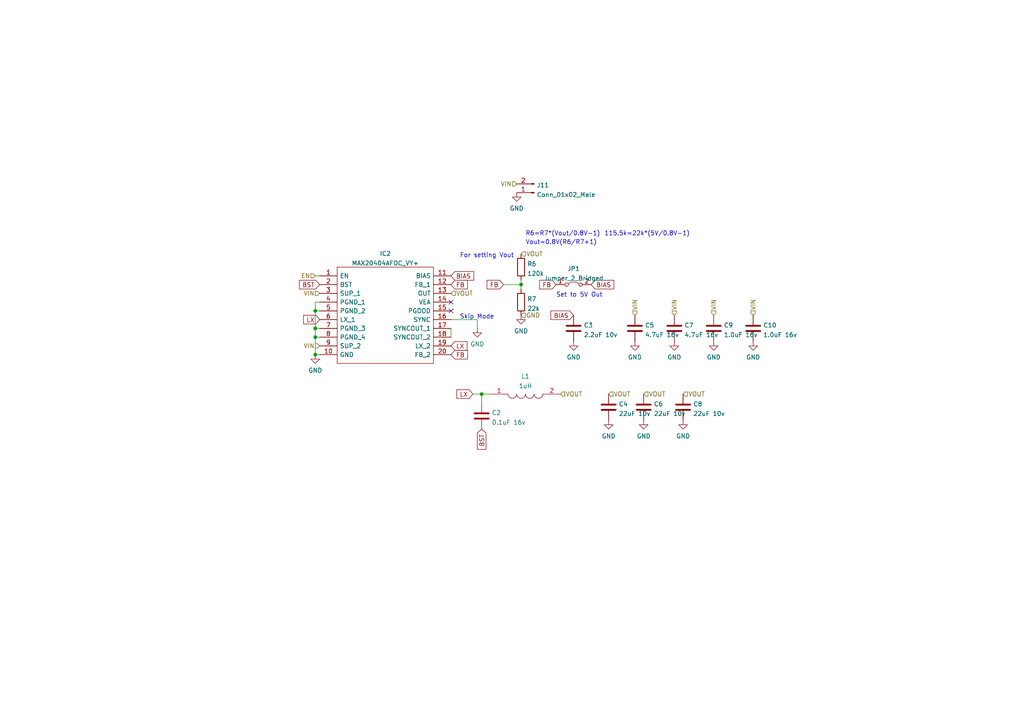
<source format=kicad_sch>
(kicad_sch (version 20211123) (generator eeschema)

  (uuid 4d3a1f72-d521-46ae-8fe1-3f8221038335)

  (paper "A4")

  (lib_symbols
    (symbol "Connector:Conn_01x02_Male" (pin_names (offset 1.016) hide) (in_bom yes) (on_board yes)
      (property "Reference" "J" (id 0) (at 0 2.54 0)
        (effects (font (size 1.27 1.27)))
      )
      (property "Value" "Conn_01x02_Male" (id 1) (at 0 -5.08 0)
        (effects (font (size 1.27 1.27)))
      )
      (property "Footprint" "" (id 2) (at 0 0 0)
        (effects (font (size 1.27 1.27)) hide)
      )
      (property "Datasheet" "~" (id 3) (at 0 0 0)
        (effects (font (size 1.27 1.27)) hide)
      )
      (property "ki_keywords" "connector" (id 4) (at 0 0 0)
        (effects (font (size 1.27 1.27)) hide)
      )
      (property "ki_description" "Generic connector, single row, 01x02, script generated (kicad-library-utils/schlib/autogen/connector/)" (id 5) (at 0 0 0)
        (effects (font (size 1.27 1.27)) hide)
      )
      (property "ki_fp_filters" "Connector*:*_1x??_*" (id 6) (at 0 0 0)
        (effects (font (size 1.27 1.27)) hide)
      )
      (symbol "Conn_01x02_Male_1_1"
        (polyline
          (pts
            (xy 1.27 -2.54)
            (xy 0.8636 -2.54)
          )
          (stroke (width 0.1524) (type default) (color 0 0 0 0))
          (fill (type none))
        )
        (polyline
          (pts
            (xy 1.27 0)
            (xy 0.8636 0)
          )
          (stroke (width 0.1524) (type default) (color 0 0 0 0))
          (fill (type none))
        )
        (rectangle (start 0.8636 -2.413) (end 0 -2.667)
          (stroke (width 0.1524) (type default) (color 0 0 0 0))
          (fill (type outline))
        )
        (rectangle (start 0.8636 0.127) (end 0 -0.127)
          (stroke (width 0.1524) (type default) (color 0 0 0 0))
          (fill (type outline))
        )
        (pin passive line (at 5.08 0 180) (length 3.81)
          (name "Pin_1" (effects (font (size 1.27 1.27))))
          (number "1" (effects (font (size 1.27 1.27))))
        )
        (pin passive line (at 5.08 -2.54 180) (length 3.81)
          (name "Pin_2" (effects (font (size 1.27 1.27))))
          (number "2" (effects (font (size 1.27 1.27))))
        )
      )
    )
    (symbol "Device:C" (pin_numbers hide) (pin_names (offset 0.254)) (in_bom yes) (on_board yes)
      (property "Reference" "C" (id 0) (at 0.635 2.54 0)
        (effects (font (size 1.27 1.27)) (justify left))
      )
      (property "Value" "C" (id 1) (at 0.635 -2.54 0)
        (effects (font (size 1.27 1.27)) (justify left))
      )
      (property "Footprint" "" (id 2) (at 0.9652 -3.81 0)
        (effects (font (size 1.27 1.27)) hide)
      )
      (property "Datasheet" "~" (id 3) (at 0 0 0)
        (effects (font (size 1.27 1.27)) hide)
      )
      (property "ki_keywords" "cap capacitor" (id 4) (at 0 0 0)
        (effects (font (size 1.27 1.27)) hide)
      )
      (property "ki_description" "Unpolarized capacitor" (id 5) (at 0 0 0)
        (effects (font (size 1.27 1.27)) hide)
      )
      (property "ki_fp_filters" "C_*" (id 6) (at 0 0 0)
        (effects (font (size 1.27 1.27)) hide)
      )
      (symbol "C_0_1"
        (polyline
          (pts
            (xy -2.032 -0.762)
            (xy 2.032 -0.762)
          )
          (stroke (width 0.508) (type default) (color 0 0 0 0))
          (fill (type none))
        )
        (polyline
          (pts
            (xy -2.032 0.762)
            (xy 2.032 0.762)
          )
          (stroke (width 0.508) (type default) (color 0 0 0 0))
          (fill (type none))
        )
      )
      (symbol "C_1_1"
        (pin passive line (at 0 3.81 270) (length 2.794)
          (name "~" (effects (font (size 1.27 1.27))))
          (number "1" (effects (font (size 1.27 1.27))))
        )
        (pin passive line (at 0 -3.81 90) (length 2.794)
          (name "~" (effects (font (size 1.27 1.27))))
          (number "2" (effects (font (size 1.27 1.27))))
        )
      )
    )
    (symbol "Device:R" (pin_numbers hide) (pin_names (offset 0)) (in_bom yes) (on_board yes)
      (property "Reference" "R" (id 0) (at 2.032 0 90)
        (effects (font (size 1.27 1.27)))
      )
      (property "Value" "R" (id 1) (at 0 0 90)
        (effects (font (size 1.27 1.27)))
      )
      (property "Footprint" "" (id 2) (at -1.778 0 90)
        (effects (font (size 1.27 1.27)) hide)
      )
      (property "Datasheet" "~" (id 3) (at 0 0 0)
        (effects (font (size 1.27 1.27)) hide)
      )
      (property "ki_keywords" "R res resistor" (id 4) (at 0 0 0)
        (effects (font (size 1.27 1.27)) hide)
      )
      (property "ki_description" "Resistor" (id 5) (at 0 0 0)
        (effects (font (size 1.27 1.27)) hide)
      )
      (property "ki_fp_filters" "R_*" (id 6) (at 0 0 0)
        (effects (font (size 1.27 1.27)) hide)
      )
      (symbol "R_0_1"
        (rectangle (start -1.016 -2.54) (end 1.016 2.54)
          (stroke (width 0.254) (type default) (color 0 0 0 0))
          (fill (type none))
        )
      )
      (symbol "R_1_1"
        (pin passive line (at 0 3.81 270) (length 1.27)
          (name "~" (effects (font (size 1.27 1.27))))
          (number "1" (effects (font (size 1.27 1.27))))
        )
        (pin passive line (at 0 -3.81 90) (length 1.27)
          (name "~" (effects (font (size 1.27 1.27))))
          (number "2" (effects (font (size 1.27 1.27))))
        )
      )
    )
    (symbol "Jumper:Jumper_2_Bridged" (pin_names (offset 0) hide) (in_bom yes) (on_board yes)
      (property "Reference" "JP" (id 0) (at 0 1.905 0)
        (effects (font (size 1.27 1.27)))
      )
      (property "Value" "Jumper_2_Bridged" (id 1) (at 0 -2.54 0)
        (effects (font (size 1.27 1.27)))
      )
      (property "Footprint" "" (id 2) (at 0 0 0)
        (effects (font (size 1.27 1.27)) hide)
      )
      (property "Datasheet" "~" (id 3) (at 0 0 0)
        (effects (font (size 1.27 1.27)) hide)
      )
      (property "ki_keywords" "Jumper SPST" (id 4) (at 0 0 0)
        (effects (font (size 1.27 1.27)) hide)
      )
      (property "ki_description" "Jumper, 2-pole, closed/bridged" (id 5) (at 0 0 0)
        (effects (font (size 1.27 1.27)) hide)
      )
      (property "ki_fp_filters" "Jumper* TestPoint*2Pads* TestPoint*Bridge*" (id 6) (at 0 0 0)
        (effects (font (size 1.27 1.27)) hide)
      )
      (symbol "Jumper_2_Bridged_0_0"
        (circle (center -2.032 0) (radius 0.508)
          (stroke (width 0) (type default) (color 0 0 0 0))
          (fill (type none))
        )
        (circle (center 2.032 0) (radius 0.508)
          (stroke (width 0) (type default) (color 0 0 0 0))
          (fill (type none))
        )
      )
      (symbol "Jumper_2_Bridged_0_1"
        (arc (start 1.524 0.254) (mid 0 0.762) (end -1.524 0.254)
          (stroke (width 0) (type default) (color 0 0 0 0))
          (fill (type none))
        )
      )
      (symbol "Jumper_2_Bridged_1_1"
        (pin passive line (at -5.08 0 0) (length 2.54)
          (name "A" (effects (font (size 1.27 1.27))))
          (number "1" (effects (font (size 1.27 1.27))))
        )
        (pin passive line (at 5.08 0 180) (length 2.54)
          (name "B" (effects (font (size 1.27 1.27))))
          (number "2" (effects (font (size 1.27 1.27))))
        )
      )
    )
    (symbol "MAX20404AFOC_VY+:MAX20404AFOC_VY+" (pin_names (offset 0.762)) (in_bom yes) (on_board yes)
      (property "Reference" "IC" (id 0) (at 34.29 7.62 0)
        (effects (font (size 1.27 1.27)) (justify left))
      )
      (property "Value" "MAX20404AFOC_VY+" (id 1) (at 34.29 5.08 0)
        (effects (font (size 1.27 1.27)) (justify left))
      )
      (property "Footprint" "MAX20404AFOCVY" (id 2) (at 34.29 2.54 0)
        (effects (font (size 1.27 1.27)) (justify left) hide)
      )
      (property "Datasheet" "https://datasheets.maximintegrated.com/en/ds/MAX20404-MAX20406.pdf" (id 3) (at 34.29 0 0)
        (effects (font (size 1.27 1.27)) (justify left) hide)
      )
      (property "Description" "36V 4A/5A/6A Sync Low Iq Buck Converter in P90D" (id 4) (at 34.29 -2.54 0)
        (effects (font (size 1.27 1.27)) (justify left) hide)
      )
      (property "Height" "0.8" (id 5) (at 34.29 -5.08 0)
        (effects (font (size 1.27 1.27)) (justify left) hide)
      )
      (property "Manufacturer_Name" "Maxim Integrated" (id 6) (at 34.29 -7.62 0)
        (effects (font (size 1.27 1.27)) (justify left) hide)
      )
      (property "Manufacturer_Part_Number" "MAX20404AFOC/VY+" (id 7) (at 34.29 -10.16 0)
        (effects (font (size 1.27 1.27)) (justify left) hide)
      )
      (property "Mouser Part Number" "" (id 8) (at 34.29 -12.7 0)
        (effects (font (size 1.27 1.27)) (justify left) hide)
      )
      (property "Mouser Price/Stock" "" (id 9) (at 34.29 -15.24 0)
        (effects (font (size 1.27 1.27)) (justify left) hide)
      )
      (property "Arrow Part Number" "" (id 10) (at 34.29 -17.78 0)
        (effects (font (size 1.27 1.27)) (justify left) hide)
      )
      (property "Arrow Price/Stock" "" (id 11) (at 34.29 -20.32 0)
        (effects (font (size 1.27 1.27)) (justify left) hide)
      )
      (property "ki_description" "36V 4A/5A/6A Sync Low Iq Buck Converter in P90D" (id 12) (at 0 0 0)
        (effects (font (size 1.27 1.27)) hide)
      )
      (symbol "MAX20404AFOC_VY+_0_0"
        (pin passive line (at 0 0 0) (length 5.08)
          (name "EN" (effects (font (size 1.27 1.27))))
          (number "1" (effects (font (size 1.27 1.27))))
        )
        (pin passive line (at 0 -22.86 0) (length 5.08)
          (name "GND" (effects (font (size 1.27 1.27))))
          (number "10" (effects (font (size 1.27 1.27))))
        )
        (pin passive line (at 38.1 0 180) (length 5.08)
          (name "BIAS" (effects (font (size 1.27 1.27))))
          (number "11" (effects (font (size 1.27 1.27))))
        )
        (pin passive line (at 38.1 -2.54 180) (length 5.08)
          (name "FB_1" (effects (font (size 1.27 1.27))))
          (number "12" (effects (font (size 1.27 1.27))))
        )
        (pin passive line (at 38.1 -5.08 180) (length 5.08)
          (name "OUT" (effects (font (size 1.27 1.27))))
          (number "13" (effects (font (size 1.27 1.27))))
        )
        (pin passive line (at 38.1 -7.62 180) (length 5.08)
          (name "VEA" (effects (font (size 1.27 1.27))))
          (number "14" (effects (font (size 1.27 1.27))))
        )
        (pin passive line (at 38.1 -10.16 180) (length 5.08)
          (name "PGOOD" (effects (font (size 1.27 1.27))))
          (number "15" (effects (font (size 1.27 1.27))))
        )
        (pin passive line (at 38.1 -12.7 180) (length 5.08)
          (name "SYNC" (effects (font (size 1.27 1.27))))
          (number "16" (effects (font (size 1.27 1.27))))
        )
        (pin passive line (at 38.1 -15.24 180) (length 5.08)
          (name "SYNCOUT_1" (effects (font (size 1.27 1.27))))
          (number "17" (effects (font (size 1.27 1.27))))
        )
        (pin passive line (at 38.1 -17.78 180) (length 5.08)
          (name "SYNCOUT_2" (effects (font (size 1.27 1.27))))
          (number "18" (effects (font (size 1.27 1.27))))
        )
        (pin passive line (at 38.1 -20.32 180) (length 5.08)
          (name "LX_2" (effects (font (size 1.27 1.27))))
          (number "19" (effects (font (size 1.27 1.27))))
        )
        (pin passive line (at 0 -2.54 0) (length 5.08)
          (name "BST" (effects (font (size 1.27 1.27))))
          (number "2" (effects (font (size 1.27 1.27))))
        )
        (pin passive line (at 38.1 -22.86 180) (length 5.08)
          (name "FB_2" (effects (font (size 1.27 1.27))))
          (number "20" (effects (font (size 1.27 1.27))))
        )
        (pin passive line (at 0 -5.08 0) (length 5.08)
          (name "SUP_1" (effects (font (size 1.27 1.27))))
          (number "3" (effects (font (size 1.27 1.27))))
        )
        (pin passive line (at 0 -7.62 0) (length 5.08)
          (name "PGND_1" (effects (font (size 1.27 1.27))))
          (number "4" (effects (font (size 1.27 1.27))))
        )
        (pin passive line (at 0 -10.16 0) (length 5.08)
          (name "PGND_2" (effects (font (size 1.27 1.27))))
          (number "5" (effects (font (size 1.27 1.27))))
        )
        (pin passive line (at 0 -12.7 0) (length 5.08)
          (name "LX_1" (effects (font (size 1.27 1.27))))
          (number "6" (effects (font (size 1.27 1.27))))
        )
        (pin passive line (at 0 -15.24 0) (length 5.08)
          (name "PGND_3" (effects (font (size 1.27 1.27))))
          (number "7" (effects (font (size 1.27 1.27))))
        )
        (pin passive line (at 0 -17.78 0) (length 5.08)
          (name "PGND_4" (effects (font (size 1.27 1.27))))
          (number "8" (effects (font (size 1.27 1.27))))
        )
        (pin passive line (at 0 -20.32 0) (length 5.08)
          (name "SUP_2" (effects (font (size 1.27 1.27))))
          (number "9" (effects (font (size 1.27 1.27))))
        )
      )
      (symbol "MAX20404AFOC_VY+_0_1"
        (polyline
          (pts
            (xy 5.08 2.54)
            (xy 33.02 2.54)
            (xy 33.02 -25.4)
            (xy 5.08 -25.4)
            (xy 5.08 2.54)
          )
          (stroke (width 0.1524) (type default) (color 0 0 0 0))
          (fill (type none))
        )
      )
    )
    (symbol "MWSA0605S-150MT:MWSA0605S-150MT" (pin_names (offset 0.762)) (in_bom yes) (on_board yes)
      (property "Reference" "L" (id 0) (at 16.51 6.35 0)
        (effects (font (size 1.27 1.27)) (justify left))
      )
      (property "Value" "MWSA0605S-150MT" (id 1) (at 16.51 3.81 0)
        (effects (font (size 1.27 1.27)) (justify left))
      )
      (property "Footprint" "INDPM7066X500N" (id 2) (at 16.51 1.27 0)
        (effects (font (size 1.27 1.27)) (justify left) hide)
      )
      (property "Datasheet" "https://datasheet.lcsc.com/szlcsc/1909231506_Sunlord-MWSA0605S-150MT_C408468.pdf" (id 3) (at 16.51 -1.27 0)
        (effects (font (size 1.27 1.27)) (justify left) hide)
      )
      (property "Description" "15uH +/-20% 3.1A 90m SMD,6.6x7.0x5.0mm Power Inductors RoHS" (id 4) (at 16.51 -3.81 0)
        (effects (font (size 1.27 1.27)) (justify left) hide)
      )
      (property "Height" "5" (id 5) (at 16.51 -6.35 0)
        (effects (font (size 1.27 1.27)) (justify left) hide)
      )
      (property "Manufacturer_Name" "SUNLORD" (id 6) (at 16.51 -8.89 0)
        (effects (font (size 1.27 1.27)) (justify left) hide)
      )
      (property "Manufacturer_Part_Number" "MWSA0605S-150MT" (id 7) (at 16.51 -11.43 0)
        (effects (font (size 1.27 1.27)) (justify left) hide)
      )
      (property "Mouser Part Number" "" (id 8) (at 16.51 -13.97 0)
        (effects (font (size 1.27 1.27)) (justify left) hide)
      )
      (property "Mouser Price/Stock" "" (id 9) (at 16.51 -16.51 0)
        (effects (font (size 1.27 1.27)) (justify left) hide)
      )
      (property "Arrow Part Number" "" (id 10) (at 16.51 -19.05 0)
        (effects (font (size 1.27 1.27)) (justify left) hide)
      )
      (property "Arrow Price/Stock" "" (id 11) (at 16.51 -21.59 0)
        (effects (font (size 1.27 1.27)) (justify left) hide)
      )
      (property "ki_description" "15uH +/-20% 3.1A 90m SMD,6.6x7.0x5.0mm Power Inductors RoHS" (id 12) (at 0 0 0)
        (effects (font (size 1.27 1.27)) hide)
      )
      (symbol "MWSA0605S-150MT_0_0"
        (pin passive line (at 0 0 0) (length 5.08)
          (name "~" (effects (font (size 1.27 1.27))))
          (number "1" (effects (font (size 1.27 1.27))))
        )
        (pin passive line (at 20.32 0 180) (length 5.08)
          (name "~" (effects (font (size 1.27 1.27))))
          (number "2" (effects (font (size 1.27 1.27))))
        )
      )
      (symbol "MWSA0605S-150MT_0_1"
        (arc (start 5.08 0) (mid 6.35 -1.3218) (end 7.62 0)
          (stroke (width 0.1524) (type default) (color 0 0 0 0))
          (fill (type none))
        )
        (arc (start 7.62 0) (mid 8.89 -1.3218) (end 10.16 0)
          (stroke (width 0.1524) (type default) (color 0 0 0 0))
          (fill (type none))
        )
        (arc (start 10.16 0) (mid 11.43 -1.3218) (end 12.7 0)
          (stroke (width 0.1524) (type default) (color 0 0 0 0))
          (fill (type none))
        )
        (arc (start 12.7 0) (mid 13.97 -1.3218) (end 15.24 0)
          (stroke (width 0.1524) (type default) (color 0 0 0 0))
          (fill (type none))
        )
      )
    )
    (symbol "power:GND" (power) (pin_names (offset 0)) (in_bom yes) (on_board yes)
      (property "Reference" "#PWR" (id 0) (at 0 -6.35 0)
        (effects (font (size 1.27 1.27)) hide)
      )
      (property "Value" "GND" (id 1) (at 0 -3.81 0)
        (effects (font (size 1.27 1.27)))
      )
      (property "Footprint" "" (id 2) (at 0 0 0)
        (effects (font (size 1.27 1.27)) hide)
      )
      (property "Datasheet" "" (id 3) (at 0 0 0)
        (effects (font (size 1.27 1.27)) hide)
      )
      (property "ki_keywords" "power-flag" (id 4) (at 0 0 0)
        (effects (font (size 1.27 1.27)) hide)
      )
      (property "ki_description" "Power symbol creates a global label with name \"GND\" , ground" (id 5) (at 0 0 0)
        (effects (font (size 1.27 1.27)) hide)
      )
      (symbol "GND_0_1"
        (polyline
          (pts
            (xy 0 0)
            (xy 0 -1.27)
            (xy 1.27 -1.27)
            (xy 0 -2.54)
            (xy -1.27 -1.27)
            (xy 0 -1.27)
          )
          (stroke (width 0) (type default) (color 0 0 0 0))
          (fill (type none))
        )
      )
      (symbol "GND_1_1"
        (pin power_in line (at 0 0 270) (length 0) hide
          (name "GND" (effects (font (size 1.27 1.27))))
          (number "1" (effects (font (size 1.27 1.27))))
        )
      )
    )
  )

  (junction (at 91.44 102.87) (diameter 0) (color 0 0 0 0)
    (uuid 262e1319-ecfe-4239-9c4c-02d8237718ae)
  )
  (junction (at 139.7 114.3) (diameter 0) (color 0 0 0 0)
    (uuid 85a2223e-7be8-40fb-8d44-4a6d8bf4443c)
  )
  (junction (at 151.13 82.55) (diameter 0) (color 0 0 0 0)
    (uuid b47e393a-f28a-4e7e-b034-5ec9df85b12f)
  )
  (junction (at 91.44 90.17) (diameter 0) (color 0 0 0 0)
    (uuid e2e4de0c-4fb7-4035-b014-b2a2bf7e262d)
  )
  (junction (at 91.44 97.79) (diameter 0) (color 0 0 0 0)
    (uuid f4b41b54-1268-4992-a5b6-226306ea8387)
  )
  (junction (at 91.44 95.25) (diameter 0) (color 0 0 0 0)
    (uuid f8b2e90d-02f5-4127-8938-e4fe3895e61e)
  )

  (no_connect (at 130.81 87.63) (uuid f9107412-e7f1-413d-818a-2380ad6fc0e9))
  (no_connect (at 130.81 90.17) (uuid f9107412-e7f1-413d-818a-2380ad6fc0ea))

  (wire (pts (xy 139.7 116.84) (xy 139.7 114.3))
    (stroke (width 0) (type default) (color 0 0 0 0))
    (uuid 2370b23f-e213-4f7b-b1e6-269b374875a5)
  )
  (wire (pts (xy 91.44 95.25) (xy 91.44 97.79))
    (stroke (width 0) (type default) (color 0 0 0 0))
    (uuid 36232c40-4795-42d8-8dc9-8280c49d2090)
  )
  (wire (pts (xy 91.44 102.87) (xy 92.71 102.87))
    (stroke (width 0) (type default) (color 0 0 0 0))
    (uuid 4582201b-5622-4272-88fc-bd8fde785704)
  )
  (wire (pts (xy 139.7 114.3) (xy 142.24 114.3))
    (stroke (width 0) (type default) (color 0 0 0 0))
    (uuid 5e5ea9d5-9f34-40d0-ac9d-f9d078ddcf9d)
  )
  (wire (pts (xy 138.43 92.71) (xy 138.43 95.25))
    (stroke (width 0) (type default) (color 0 0 0 0))
    (uuid 5f8e9361-3725-4970-a19b-01e143196d52)
  )
  (wire (pts (xy 91.44 87.63) (xy 91.44 90.17))
    (stroke (width 0) (type default) (color 0 0 0 0))
    (uuid 7d1c6c1e-f653-4ed9-bfa1-97c364f8d1e0)
  )
  (wire (pts (xy 151.13 82.55) (xy 151.13 83.82))
    (stroke (width 0) (type default) (color 0 0 0 0))
    (uuid 897fcd7a-7053-41b6-96c4-8115e1d62650)
  )
  (wire (pts (xy 151.13 81.28) (xy 151.13 82.55))
    (stroke (width 0) (type default) (color 0 0 0 0))
    (uuid 8c69ba33-4283-4197-b900-e5e14359e7ac)
  )
  (wire (pts (xy 91.44 80.01) (xy 92.71 80.01))
    (stroke (width 0) (type default) (color 0 0 0 0))
    (uuid 9c263990-4b53-4238-9167-f40f18ba361d)
  )
  (wire (pts (xy 130.81 95.25) (xy 130.81 97.79))
    (stroke (width 0) (type default) (color 0 0 0 0))
    (uuid 9f9dfac6-0c0d-4ee0-924b-e95250d2b98f)
  )
  (wire (pts (xy 91.44 90.17) (xy 91.44 95.25))
    (stroke (width 0) (type default) (color 0 0 0 0))
    (uuid a50905d6-49e2-4281-ab05-fe5e486ca579)
  )
  (wire (pts (xy 91.44 90.17) (xy 92.71 90.17))
    (stroke (width 0) (type default) (color 0 0 0 0))
    (uuid a66280d7-d9be-4eca-958a-3588513430b8)
  )
  (wire (pts (xy 146.05 82.55) (xy 151.13 82.55))
    (stroke (width 0) (type default) (color 0 0 0 0))
    (uuid b4a25dad-3903-4b75-a5b1-55923c2c8e1c)
  )
  (wire (pts (xy 91.44 97.79) (xy 92.71 97.79))
    (stroke (width 0) (type default) (color 0 0 0 0))
    (uuid c4e34bbd-8f80-4f41-8d62-d0c1e0373669)
  )
  (wire (pts (xy 91.44 97.79) (xy 91.44 102.87))
    (stroke (width 0) (type default) (color 0 0 0 0))
    (uuid d89ecf68-ff71-493d-82d4-e228a61644bd)
  )
  (wire (pts (xy 91.44 95.25) (xy 92.71 95.25))
    (stroke (width 0) (type default) (color 0 0 0 0))
    (uuid db425ebd-f1d9-4a38-b9c5-4880046275ec)
  )
  (wire (pts (xy 92.71 87.63) (xy 91.44 87.63))
    (stroke (width 0) (type default) (color 0 0 0 0))
    (uuid dfc68da7-b587-47b1-ab9e-b5e71763fd62)
  )
  (wire (pts (xy 139.7 114.3) (xy 137.16 114.3))
    (stroke (width 0) (type default) (color 0 0 0 0))
    (uuid e2857b10-8982-47cb-b1d9-f06c04e72c0a)
  )
  (wire (pts (xy 130.81 92.71) (xy 138.43 92.71))
    (stroke (width 0) (type default) (color 0 0 0 0))
    (uuid ec2e8bea-c9ec-4589-922a-3e82f6b261e4)
  )

  (text "Vout=0.8V(R6/R7+1)" (at 152.4 71.12 0)
    (effects (font (size 1.27 1.27)) (justify left bottom))
    (uuid 0b105dc7-5a90-4740-ad34-e83153f60b6b)
  )
  (text "For setting Vout" (at 133.35 74.93 0)
    (effects (font (size 1.27 1.27)) (justify left bottom))
    (uuid 33fb50ca-de49-4f87-809c-2ca5d7e2e9b1)
  )
  (text "Skip Mode" (at 133.35 92.71 0)
    (effects (font (size 1.27 1.27)) (justify left bottom))
    (uuid 3a8eae2f-c8a5-4b93-8ab4-5c350e63f024)
  )
  (text "Set to 5V Out" (at 161.29 86.36 0)
    (effects (font (size 1.27 1.27)) (justify left bottom))
    (uuid a43e93be-05c7-4a7e-91f2-9ddb1c516c38)
  )
  (text "R6=R7*(Vout/0.8V-1)" (at 152.4 68.58 0)
    (effects (font (size 1.27 1.27)) (justify left bottom))
    (uuid b32183f9-e002-4a64-a1c2-255269c79027)
  )
  (text "115.5k=22k*(5V/0.8V-1)" (at 175.26 68.58 0)
    (effects (font (size 1.27 1.27)) (justify left bottom))
    (uuid c9ffef3c-57f7-4d4c-a2f4-4742fce646ad)
  )

  (global_label "LX" (shape input) (at 92.71 92.71 180) (fields_autoplaced)
    (effects (font (size 1.27 1.27)) (justify right))
    (uuid 275d74f5-0483-486d-bc2a-2769a883d9d2)
    (property "Intersheet References" "${INTERSHEET_REFS}" (id 0) (at 88.1482 92.6306 0)
      (effects (font (size 1.27 1.27)) (justify right) hide)
    )
  )
  (global_label "LX" (shape input) (at 130.81 100.33 0) (fields_autoplaced)
    (effects (font (size 1.27 1.27)) (justify left))
    (uuid 42465d27-3d32-4953-a7fe-5de6d1f32572)
    (property "Intersheet References" "${INTERSHEET_REFS}" (id 0) (at 135.3718 100.4094 0)
      (effects (font (size 1.27 1.27)) (justify left) hide)
    )
  )
  (global_label "LX" (shape input) (at 137.16 114.3 180) (fields_autoplaced)
    (effects (font (size 1.27 1.27)) (justify right))
    (uuid 4f82e30e-5d20-45c7-8de2-1a2a28b3f780)
    (property "Intersheet References" "${INTERSHEET_REFS}" (id 0) (at 132.5982 114.2206 0)
      (effects (font (size 1.27 1.27)) (justify right) hide)
    )
  )
  (global_label "BIAS" (shape input) (at 166.37 91.44 180) (fields_autoplaced)
    (effects (font (size 1.27 1.27)) (justify right))
    (uuid 5d83c37e-eede-4aa3-9627-29ef1efcf71a)
    (property "Intersheet References" "${INTERSHEET_REFS}" (id 0) (at 159.8729 91.5194 0)
      (effects (font (size 1.27 1.27)) (justify right) hide)
    )
  )
  (global_label "BST" (shape input) (at 92.71 82.55 180) (fields_autoplaced)
    (effects (font (size 1.27 1.27)) (justify right))
    (uuid 6965e5f3-0df5-43b4-83f8-2e4f9f63763e)
    (property "Intersheet References" "${INTERSHEET_REFS}" (id 0) (at 86.9387 82.4706 0)
      (effects (font (size 1.27 1.27)) (justify right) hide)
    )
  )
  (global_label "FB" (shape input) (at 161.29 82.55 180) (fields_autoplaced)
    (effects (font (size 1.27 1.27)) (justify right))
    (uuid 6a2ab5f4-948f-4288-a67f-ff545e8e7828)
    (property "Intersheet References" "${INTERSHEET_REFS}" (id 0) (at 156.6072 82.6294 0)
      (effects (font (size 1.27 1.27)) (justify right) hide)
    )
  )
  (global_label "BIAS" (shape input) (at 171.45 82.55 0) (fields_autoplaced)
    (effects (font (size 1.27 1.27)) (justify left))
    (uuid 949efd1a-67df-453f-8398-bc051f5acb27)
    (property "Intersheet References" "${INTERSHEET_REFS}" (id 0) (at 177.9471 82.4706 0)
      (effects (font (size 1.27 1.27)) (justify left) hide)
    )
  )
  (global_label "FB" (shape input) (at 130.81 82.55 0) (fields_autoplaced)
    (effects (font (size 1.27 1.27)) (justify left))
    (uuid 97e583bf-0f13-40e9-a255-a878225d1c00)
    (property "Intersheet References" "${INTERSHEET_REFS}" (id 0) (at 135.4928 82.4706 0)
      (effects (font (size 1.27 1.27)) (justify left) hide)
    )
  )
  (global_label "BST" (shape input) (at 139.7 124.46 270) (fields_autoplaced)
    (effects (font (size 1.27 1.27)) (justify right))
    (uuid 9cd1e88a-dc13-4a84-ab16-b0822d22b382)
    (property "Intersheet References" "${INTERSHEET_REFS}" (id 0) (at 139.6206 130.2313 90)
      (effects (font (size 1.27 1.27)) (justify right) hide)
    )
  )
  (global_label "FB" (shape input) (at 146.05 82.55 180) (fields_autoplaced)
    (effects (font (size 1.27 1.27)) (justify right))
    (uuid bc3587e0-754c-4408-8de9-41440bfc87fd)
    (property "Intersheet References" "${INTERSHEET_REFS}" (id 0) (at 141.3672 82.6294 0)
      (effects (font (size 1.27 1.27)) (justify right) hide)
    )
  )
  (global_label "BIAS" (shape input) (at 130.81 80.01 0) (fields_autoplaced)
    (effects (font (size 1.27 1.27)) (justify left))
    (uuid e6acab75-3f4d-4cab-ade9-a66473d5d2ac)
    (property "Intersheet References" "${INTERSHEET_REFS}" (id 0) (at 137.3071 79.9306 0)
      (effects (font (size 1.27 1.27)) (justify left) hide)
    )
  )
  (global_label "FB" (shape input) (at 130.81 102.87 0) (fields_autoplaced)
    (effects (font (size 1.27 1.27)) (justify left))
    (uuid f26e8c22-2f6e-4bdd-b805-391ce49589d7)
    (property "Intersheet References" "${INTERSHEET_REFS}" (id 0) (at 135.4928 102.7906 0)
      (effects (font (size 1.27 1.27)) (justify left) hide)
    )
  )

  (hierarchical_label "VIN" (shape input) (at 207.01 91.44 90)
    (effects (font (size 1.27 1.27)) (justify left))
    (uuid 11fab362-35c4-4ef5-b4a2-e313f6c7ea6a)
  )
  (hierarchical_label "EN" (shape input) (at 91.44 80.01 180)
    (effects (font (size 1.27 1.27)) (justify right))
    (uuid 18ce7b17-310d-4e95-9720-035656328d06)
  )
  (hierarchical_label "VOUT" (shape input) (at 151.13 73.66 0)
    (effects (font (size 1.27 1.27)) (justify left))
    (uuid 1aa3cabe-5932-4a95-8502-f22c43dd52b1)
  )
  (hierarchical_label "VIN" (shape input) (at 149.86 53.34 180)
    (effects (font (size 1.27 1.27)) (justify right))
    (uuid 1dc307ff-e28b-49cf-9077-c81d2d6abdde)
  )
  (hierarchical_label "VIN" (shape input) (at 184.15 91.44 90)
    (effects (font (size 1.27 1.27)) (justify left))
    (uuid 1e2deb22-9f52-4909-87c2-bc8c9b9bd631)
  )
  (hierarchical_label "VIN" (shape input) (at 92.71 100.33 180)
    (effects (font (size 1.27 1.27)) (justify right))
    (uuid 42c6d4d8-5ca1-4a76-9ca5-5874a8f05573)
  )
  (hierarchical_label "VOUT" (shape input) (at 176.53 114.3 0)
    (effects (font (size 1.27 1.27)) (justify left))
    (uuid 434d8b1d-4768-4145-b65e-4803d093b942)
  )
  (hierarchical_label "VIN" (shape input) (at 195.58 91.44 90)
    (effects (font (size 1.27 1.27)) (justify left))
    (uuid 46877880-cded-4a38-985f-4c10b17ffd01)
  )
  (hierarchical_label "VOUT" (shape input) (at 186.69 114.3 0)
    (effects (font (size 1.27 1.27)) (justify left))
    (uuid 6c5ee141-b1bf-4470-91dd-a81d58c0ead9)
  )
  (hierarchical_label "GND" (shape input) (at 151.13 91.44 0)
    (effects (font (size 1.27 1.27)) (justify left))
    (uuid 8cf6fbe9-21ff-41f7-a9e5-5dba8ee4fe6b)
  )
  (hierarchical_label "VOUT" (shape input) (at 162.56 114.3 0)
    (effects (font (size 1.27 1.27)) (justify left))
    (uuid 983e6ff6-f075-48ae-94ed-1039a4f780b6)
  )
  (hierarchical_label "VIN" (shape input) (at 92.71 85.09 180)
    (effects (font (size 1.27 1.27)) (justify right))
    (uuid bd85ceb2-833b-4da5-aced-2e6102e01b11)
  )
  (hierarchical_label "VIN" (shape input) (at 218.44 91.44 90)
    (effects (font (size 1.27 1.27)) (justify left))
    (uuid cd031632-5abb-449f-8a69-108145407087)
  )
  (hierarchical_label "VOUT" (shape input) (at 198.12 114.3 0)
    (effects (font (size 1.27 1.27)) (justify left))
    (uuid e1b1ba48-f244-42ac-be07-65ba1b6c20f4)
  )
  (hierarchical_label "VOUT" (shape input) (at 130.81 85.09 0)
    (effects (font (size 1.27 1.27)) (justify left))
    (uuid e75d501a-8e92-47b4-ad19-877d6a1dfabb)
  )

  (symbol (lib_id "Device:C") (at 176.53 118.11 0) (unit 1)
    (in_bom yes) (on_board yes) (fields_autoplaced)
    (uuid 078af5d8-9443-483e-b4f5-0dfd3ed396c8)
    (property "Reference" "C4" (id 0) (at 179.451 117.2015 0)
      (effects (font (size 1.27 1.27)) (justify left))
    )
    (property "Value" "22uF 10v" (id 1) (at 179.451 119.9766 0)
      (effects (font (size 1.27 1.27)) (justify left))
    )
    (property "Footprint" "Capacitor_SMD:CP_Elec_5x5.3" (id 2) (at 177.4952 121.92 0)
      (effects (font (size 1.27 1.27)) hide)
    )
    (property "Datasheet" "~" (id 3) (at 176.53 118.11 0)
      (effects (font (size 1.27 1.27)) hide)
    )
    (pin "1" (uuid d2f3abc5-3942-46ac-8ee0-9ee5e1219bd6))
    (pin "2" (uuid 9668283b-0c17-4883-b25d-e312045041df))
  )

  (symbol (lib_id "power:GND") (at 207.01 99.06 0) (unit 1)
    (in_bom yes) (on_board yes) (fields_autoplaced)
    (uuid 0dd592dd-37f2-40ad-86a8-5fc8ddad92e4)
    (property "Reference" "#PWR064" (id 0) (at 207.01 105.41 0)
      (effects (font (size 1.27 1.27)) hide)
    )
    (property "Value" "GND" (id 1) (at 207.01 103.6225 0))
    (property "Footprint" "" (id 2) (at 207.01 99.06 0)
      (effects (font (size 1.27 1.27)) hide)
    )
    (property "Datasheet" "" (id 3) (at 207.01 99.06 0)
      (effects (font (size 1.27 1.27)) hide)
    )
    (pin "1" (uuid b8ed2e96-309f-4953-a5ee-85fbceb69779))
  )

  (symbol (lib_id "Device:C") (at 218.44 95.25 0) (unit 1)
    (in_bom yes) (on_board yes) (fields_autoplaced)
    (uuid 18c733dd-1a99-422e-ae8e-2dc0dd33b21b)
    (property "Reference" "C10" (id 0) (at 221.361 94.3415 0)
      (effects (font (size 1.27 1.27)) (justify left))
    )
    (property "Value" "1.0uF 16v" (id 1) (at 221.361 97.1166 0)
      (effects (font (size 1.27 1.27)) (justify left))
    )
    (property "Footprint" "Capacitor_SMD:C_0805_2012Metric" (id 2) (at 219.4052 99.06 0)
      (effects (font (size 1.27 1.27)) hide)
    )
    (property "Datasheet" "~" (id 3) (at 218.44 95.25 0)
      (effects (font (size 1.27 1.27)) hide)
    )
    (pin "1" (uuid a379a55b-cf10-46ee-82c8-7573856f83f6))
    (pin "2" (uuid 24925964-492a-42ba-a9e5-f57af8b89496))
  )

  (symbol (lib_id "power:GND") (at 198.12 121.92 0) (unit 1)
    (in_bom yes) (on_board yes) (fields_autoplaced)
    (uuid 2b1dab65-0479-4eff-b7e6-66b9423859f4)
    (property "Reference" "#PWR063" (id 0) (at 198.12 128.27 0)
      (effects (font (size 1.27 1.27)) hide)
    )
    (property "Value" "GND" (id 1) (at 198.12 126.4825 0))
    (property "Footprint" "" (id 2) (at 198.12 121.92 0)
      (effects (font (size 1.27 1.27)) hide)
    )
    (property "Datasheet" "" (id 3) (at 198.12 121.92 0)
      (effects (font (size 1.27 1.27)) hide)
    )
    (pin "1" (uuid 4ec14cf9-df95-49e5-a22f-ed3ccac4e93d))
  )

  (symbol (lib_id "Device:C") (at 198.12 118.11 0) (unit 1)
    (in_bom yes) (on_board yes) (fields_autoplaced)
    (uuid 2e094249-00e9-4200-a898-cb756db9d087)
    (property "Reference" "C8" (id 0) (at 201.041 117.2015 0)
      (effects (font (size 1.27 1.27)) (justify left))
    )
    (property "Value" "22uF 10v" (id 1) (at 201.041 119.9766 0)
      (effects (font (size 1.27 1.27)) (justify left))
    )
    (property "Footprint" "Capacitor_SMD:CP_Elec_5x5.3" (id 2) (at 199.0852 121.92 0)
      (effects (font (size 1.27 1.27)) hide)
    )
    (property "Datasheet" "~" (id 3) (at 198.12 118.11 0)
      (effects (font (size 1.27 1.27)) hide)
    )
    (pin "1" (uuid 2c62d3ec-3718-4b67-8509-eb766dffd363))
    (pin "2" (uuid 5fb18749-31e7-4104-85f5-b18cf4114c10))
  )

  (symbol (lib_id "Device:C") (at 139.7 120.65 0) (unit 1)
    (in_bom yes) (on_board yes) (fields_autoplaced)
    (uuid 393878ca-ed57-4a3f-837e-7218533f130a)
    (property "Reference" "C2" (id 0) (at 142.621 119.7415 0)
      (effects (font (size 1.27 1.27)) (justify left))
    )
    (property "Value" "0.1uF 16v" (id 1) (at 142.621 122.5166 0)
      (effects (font (size 1.27 1.27)) (justify left))
    )
    (property "Footprint" "Capacitor_SMD:C_0805_2012Metric" (id 2) (at 140.6652 124.46 0)
      (effects (font (size 1.27 1.27)) hide)
    )
    (property "Datasheet" "~" (id 3) (at 139.7 120.65 0)
      (effects (font (size 1.27 1.27)) hide)
    )
    (pin "1" (uuid 9710d288-ae12-478f-8392-bf7851b46c36))
    (pin "2" (uuid 3d4f6df5-b7ff-423d-b208-63ecbb1bf2d3))
  )

  (symbol (lib_id "power:GND") (at 176.53 121.92 0) (unit 1)
    (in_bom yes) (on_board yes) (fields_autoplaced)
    (uuid 3e23a295-7e7e-4982-8ee6-3555da39ad80)
    (property "Reference" "#PWR059" (id 0) (at 176.53 128.27 0)
      (effects (font (size 1.27 1.27)) hide)
    )
    (property "Value" "GND" (id 1) (at 176.53 126.4825 0))
    (property "Footprint" "" (id 2) (at 176.53 121.92 0)
      (effects (font (size 1.27 1.27)) hide)
    )
    (property "Datasheet" "" (id 3) (at 176.53 121.92 0)
      (effects (font (size 1.27 1.27)) hide)
    )
    (pin "1" (uuid 724e16cc-550a-416b-841c-030d4b6e283c))
  )

  (symbol (lib_id "MAX20404AFOC_VY+:MAX20404AFOC_VY+") (at 92.71 80.01 0) (unit 1)
    (in_bom yes) (on_board yes) (fields_autoplaced)
    (uuid 57f94801-c10e-4acb-9bbc-ce8ac8244218)
    (property "Reference" "IC2" (id 0) (at 111.76 73.5543 0))
    (property "Value" "MAX20404AFOC_VY+" (id 1) (at 111.76 76.3294 0))
    (property "Footprint" "MAX20404AFOC_VY+:MAX20404AFOCVY" (id 2) (at 127 77.47 0)
      (effects (font (size 1.27 1.27)) (justify left) hide)
    )
    (property "Datasheet" "https://datasheets.maximintegrated.com/en/ds/MAX20404-MAX20406.pdf" (id 3) (at 127 80.01 0)
      (effects (font (size 1.27 1.27)) (justify left) hide)
    )
    (property "Description" "36V 4A/5A/6A Sync Low Iq Buck Converter in P90D" (id 4) (at 127 82.55 0)
      (effects (font (size 1.27 1.27)) (justify left) hide)
    )
    (property "Height" "0.8" (id 5) (at 127 85.09 0)
      (effects (font (size 1.27 1.27)) (justify left) hide)
    )
    (property "Manufacturer_Name" "Maxim Integrated" (id 6) (at 127 87.63 0)
      (effects (font (size 1.27 1.27)) (justify left) hide)
    )
    (property "Manufacturer_Part_Number" "MAX20404AFOC/VY+" (id 7) (at 127 90.17 0)
      (effects (font (size 1.27 1.27)) (justify left) hide)
    )
    (property "Mouser Part Number" "" (id 8) (at 127 92.71 0)
      (effects (font (size 1.27 1.27)) (justify left) hide)
    )
    (property "Mouser Price/Stock" "" (id 9) (at 127 95.25 0)
      (effects (font (size 1.27 1.27)) (justify left) hide)
    )
    (property "Arrow Part Number" "" (id 10) (at 127 97.79 0)
      (effects (font (size 1.27 1.27)) (justify left) hide)
    )
    (property "Arrow Price/Stock" "" (id 11) (at 127 100.33 0)
      (effects (font (size 1.27 1.27)) (justify left) hide)
    )
    (pin "1" (uuid d500751b-5044-4374-9be2-458049eddbea))
    (pin "10" (uuid ce7b2546-2c5a-4703-99cf-c8890f569ede))
    (pin "11" (uuid 4dcac72e-6cb6-4ff8-a587-c4faeb418f3d))
    (pin "12" (uuid 90a86b9b-dab3-4197-b3cf-ce8d62a752aa))
    (pin "13" (uuid 23ba97a7-e2f4-4bbc-a1c0-08b771520217))
    (pin "14" (uuid 26f74335-fcab-43a4-8b5f-c44f3425b4b6))
    (pin "15" (uuid b0e74982-8c63-4443-9070-90b8813fe264))
    (pin "16" (uuid 4de6d46a-6206-48f1-849c-88948bc601ae))
    (pin "17" (uuid 2b5d11b4-7cb5-41b1-99fe-43653a6eeaaf))
    (pin "18" (uuid 0556e873-c327-4f7f-b038-2f9f425f325e))
    (pin "19" (uuid 4d97f15c-26a8-45e7-99a0-af2b3fa4d314))
    (pin "2" (uuid 6da4abc9-b814-4adc-80e1-3abc7ad30b68))
    (pin "20" (uuid ccf08c43-c7b1-4b81-adea-f651895c3b5f))
    (pin "3" (uuid 0de18b8a-5330-448f-b32b-d7d197056ffa))
    (pin "4" (uuid f3ee16ee-b82c-4d88-9bde-fca5cd042242))
    (pin "5" (uuid 145e1bdb-e950-4db9-b8b9-c2d4ee3fa253))
    (pin "6" (uuid 3df476bb-0530-40f4-b1ef-f0c1001b744b))
    (pin "7" (uuid 733cb8a0-4851-4193-91f6-e762d5b77850))
    (pin "8" (uuid 160891fe-d737-4abe-ac27-5c38c305c5d3))
    (pin "9" (uuid a7be15ad-7ba5-4ff2-a838-57d10874bfe2))
  )

  (symbol (lib_id "Device:C") (at 186.69 118.11 0) (unit 1)
    (in_bom yes) (on_board yes) (fields_autoplaced)
    (uuid 5f948f68-f0fd-42e8-8bbe-0dbcbea70251)
    (property "Reference" "C6" (id 0) (at 189.611 117.2015 0)
      (effects (font (size 1.27 1.27)) (justify left))
    )
    (property "Value" "22uF 10v" (id 1) (at 189.611 119.9766 0)
      (effects (font (size 1.27 1.27)) (justify left))
    )
    (property "Footprint" "Capacitor_SMD:CP_Elec_5x5.3" (id 2) (at 187.6552 121.92 0)
      (effects (font (size 1.27 1.27)) hide)
    )
    (property "Datasheet" "~" (id 3) (at 186.69 118.11 0)
      (effects (font (size 1.27 1.27)) hide)
    )
    (pin "1" (uuid a817a736-1ec3-407e-9770-e3c8890a971c))
    (pin "2" (uuid e37c36ed-c275-45cf-a6e0-93831ca13743))
  )

  (symbol (lib_id "MWSA0605S-150MT:MWSA0605S-150MT") (at 142.24 114.3 0) (unit 1)
    (in_bom yes) (on_board yes) (fields_autoplaced)
    (uuid 602e6b14-a6f2-4ec3-b579-25480b6ae04b)
    (property "Reference" "L1" (id 0) (at 152.4 109.1641 0))
    (property "Value" "1uH" (id 1) (at 152.4 111.9392 0))
    (property "Footprint" "MWSA0605S-150MT:INDPM7066X500N" (id 2) (at 158.75 113.03 0)
      (effects (font (size 1.27 1.27)) (justify left) hide)
    )
    (property "Datasheet" "https://datasheet.lcsc.com/szlcsc/1909231506_Sunlord-MWSA0605S-150MT_C408468.pdf" (id 3) (at 158.75 115.57 0)
      (effects (font (size 1.27 1.27)) (justify left) hide)
    )
    (property "Description" "15uH +/-20% 3.1A 90m SMD,6.6x7.0x5.0mm Power Inductors RoHS" (id 4) (at 158.75 118.11 0)
      (effects (font (size 1.27 1.27)) (justify left) hide)
    )
    (property "Height" "5" (id 5) (at 158.75 120.65 0)
      (effects (font (size 1.27 1.27)) (justify left) hide)
    )
    (property "Manufacturer_Name" "SUNLORD" (id 6) (at 158.75 123.19 0)
      (effects (font (size 1.27 1.27)) (justify left) hide)
    )
    (property "Manufacturer_Part_Number" "MWSA0605S-150MT" (id 7) (at 158.75 125.73 0)
      (effects (font (size 1.27 1.27)) (justify left) hide)
    )
    (property "Mouser Part Number" "" (id 8) (at 158.75 128.27 0)
      (effects (font (size 1.27 1.27)) (justify left) hide)
    )
    (property "Mouser Price/Stock" "" (id 9) (at 158.75 130.81 0)
      (effects (font (size 1.27 1.27)) (justify left) hide)
    )
    (property "Arrow Part Number" "" (id 10) (at 158.75 133.35 0)
      (effects (font (size 1.27 1.27)) (justify left) hide)
    )
    (property "Arrow Price/Stock" "" (id 11) (at 158.75 135.89 0)
      (effects (font (size 1.27 1.27)) (justify left) hide)
    )
    (pin "1" (uuid 55f42932-3670-44bc-863a-b8c112dc28f7))
    (pin "2" (uuid ffac3ac1-5aa0-4ccc-b62f-adbc1264d448))
  )

  (symbol (lib_id "power:GND") (at 218.44 99.06 0) (unit 1)
    (in_bom yes) (on_board yes) (fields_autoplaced)
    (uuid 6a5c2552-8b70-4c72-8d6a-61dc92af7090)
    (property "Reference" "#PWR065" (id 0) (at 218.44 105.41 0)
      (effects (font (size 1.27 1.27)) hide)
    )
    (property "Value" "GND" (id 1) (at 218.44 103.6225 0))
    (property "Footprint" "" (id 2) (at 218.44 99.06 0)
      (effects (font (size 1.27 1.27)) hide)
    )
    (property "Datasheet" "" (id 3) (at 218.44 99.06 0)
      (effects (font (size 1.27 1.27)) hide)
    )
    (pin "1" (uuid d8ecca0a-f18a-432e-b687-08aaf2191608))
  )

  (symbol (lib_id "power:GND") (at 186.69 121.92 0) (unit 1)
    (in_bom yes) (on_board yes) (fields_autoplaced)
    (uuid 6edf471a-1e2f-4d13-b4fd-9810b8206a46)
    (property "Reference" "#PWR061" (id 0) (at 186.69 128.27 0)
      (effects (font (size 1.27 1.27)) hide)
    )
    (property "Value" "GND" (id 1) (at 186.69 126.4825 0))
    (property "Footprint" "" (id 2) (at 186.69 121.92 0)
      (effects (font (size 1.27 1.27)) hide)
    )
    (property "Datasheet" "" (id 3) (at 186.69 121.92 0)
      (effects (font (size 1.27 1.27)) hide)
    )
    (pin "1" (uuid a0b7169a-a989-480e-b2d5-d08f71f84efb))
  )

  (symbol (lib_id "Device:R") (at 151.13 87.63 0) (unit 1)
    (in_bom yes) (on_board yes) (fields_autoplaced)
    (uuid 6efe86e3-e224-4d72-ac54-3c9f17310030)
    (property "Reference" "R7" (id 0) (at 152.908 86.7215 0)
      (effects (font (size 1.27 1.27)) (justify left))
    )
    (property "Value" "22k" (id 1) (at 152.908 89.4966 0)
      (effects (font (size 1.27 1.27)) (justify left))
    )
    (property "Footprint" "Resistor_SMD:R_0805_2012Metric" (id 2) (at 149.352 87.63 90)
      (effects (font (size 1.27 1.27)) hide)
    )
    (property "Datasheet" "~" (id 3) (at 151.13 87.63 0)
      (effects (font (size 1.27 1.27)) hide)
    )
    (pin "1" (uuid 609b5be5-7b97-4841-b964-f9d700633568))
    (pin "2" (uuid 7e8a0141-05d0-4fb9-99eb-c757121ab761))
  )

  (symbol (lib_id "power:GND") (at 184.15 99.06 0) (unit 1)
    (in_bom yes) (on_board yes) (fields_autoplaced)
    (uuid 807b9b7a-f3c1-452f-982a-28575bf87685)
    (property "Reference" "#PWR060" (id 0) (at 184.15 105.41 0)
      (effects (font (size 1.27 1.27)) hide)
    )
    (property "Value" "GND" (id 1) (at 184.15 103.6225 0))
    (property "Footprint" "" (id 2) (at 184.15 99.06 0)
      (effects (font (size 1.27 1.27)) hide)
    )
    (property "Datasheet" "" (id 3) (at 184.15 99.06 0)
      (effects (font (size 1.27 1.27)) hide)
    )
    (pin "1" (uuid 82db9889-62bb-42ed-81cf-8e3bbf20b3d6))
  )

  (symbol (lib_id "Device:C") (at 195.58 95.25 0) (unit 1)
    (in_bom yes) (on_board yes) (fields_autoplaced)
    (uuid 930db881-a9c9-4c82-b5dc-baeb07d67cee)
    (property "Reference" "C7" (id 0) (at 198.501 94.3415 0)
      (effects (font (size 1.27 1.27)) (justify left))
    )
    (property "Value" "4.7uF 16v" (id 1) (at 198.501 97.1166 0)
      (effects (font (size 1.27 1.27)) (justify left))
    )
    (property "Footprint" "Capacitor_SMD:C_0805_2012Metric" (id 2) (at 196.5452 99.06 0)
      (effects (font (size 1.27 1.27)) hide)
    )
    (property "Datasheet" "~" (id 3) (at 195.58 95.25 0)
      (effects (font (size 1.27 1.27)) hide)
    )
    (pin "1" (uuid 41e8dc0e-6b83-4d59-bd80-1e371d3ed66f))
    (pin "2" (uuid 79a708cc-d9a7-4fe8-93c0-15dc8e19aa70))
  )

  (symbol (lib_id "Jumper:Jumper_2_Bridged") (at 166.37 82.55 0) (unit 1)
    (in_bom yes) (on_board yes) (fields_autoplaced)
    (uuid 9547b8b0-b26f-4f54-808a-8771364f8d21)
    (property "Reference" "JP1" (id 0) (at 166.37 77.9485 0))
    (property "Value" "Jumper_2_Bridged" (id 1) (at 166.37 80.7236 0))
    (property "Footprint" "Jumper:SolderJumper-2_P1.3mm_Open_RoundedPad1.0x1.5mm" (id 2) (at 166.37 82.55 0)
      (effects (font (size 1.27 1.27)) hide)
    )
    (property "Datasheet" "~" (id 3) (at 166.37 82.55 0)
      (effects (font (size 1.27 1.27)) hide)
    )
    (pin "1" (uuid 28e79ae1-25d7-4f60-b278-94e638cb782f))
    (pin "2" (uuid ad1d539f-ff21-4620-bb0d-a75398f6bb4f))
  )

  (symbol (lib_id "Device:C") (at 207.01 95.25 0) (unit 1)
    (in_bom yes) (on_board yes) (fields_autoplaced)
    (uuid 98fec06b-eff6-4b40-aa7c-ec665820ff03)
    (property "Reference" "C9" (id 0) (at 209.931 94.3415 0)
      (effects (font (size 1.27 1.27)) (justify left))
    )
    (property "Value" "1.0uF 16v" (id 1) (at 209.931 97.1166 0)
      (effects (font (size 1.27 1.27)) (justify left))
    )
    (property "Footprint" "Capacitor_SMD:C_0805_2012Metric" (id 2) (at 207.9752 99.06 0)
      (effects (font (size 1.27 1.27)) hide)
    )
    (property "Datasheet" "~" (id 3) (at 207.01 95.25 0)
      (effects (font (size 1.27 1.27)) hide)
    )
    (pin "1" (uuid a1d25cdb-aa2f-4493-bdb3-1f26389da17c))
    (pin "2" (uuid 3dbd8b17-cd4d-48e3-b676-8f6e1a4420dd))
  )

  (symbol (lib_id "power:GND") (at 151.13 91.44 0) (unit 1)
    (in_bom yes) (on_board yes) (fields_autoplaced)
    (uuid a1f7c8c5-bab5-4269-8ad1-ed9435484dca)
    (property "Reference" "#PWR057" (id 0) (at 151.13 97.79 0)
      (effects (font (size 1.27 1.27)) hide)
    )
    (property "Value" "GND" (id 1) (at 151.13 96.0025 0))
    (property "Footprint" "" (id 2) (at 151.13 91.44 0)
      (effects (font (size 1.27 1.27)) hide)
    )
    (property "Datasheet" "" (id 3) (at 151.13 91.44 0)
      (effects (font (size 1.27 1.27)) hide)
    )
    (pin "1" (uuid fcb5e246-7291-4f45-9746-3865975c3c19))
  )

  (symbol (lib_id "Device:C") (at 184.15 95.25 0) (unit 1)
    (in_bom yes) (on_board yes) (fields_autoplaced)
    (uuid ad4a0ba0-aae3-4530-a6f1-4b7c356f1df4)
    (property "Reference" "C5" (id 0) (at 187.071 94.3415 0)
      (effects (font (size 1.27 1.27)) (justify left))
    )
    (property "Value" "4.7uF 16v" (id 1) (at 187.071 97.1166 0)
      (effects (font (size 1.27 1.27)) (justify left))
    )
    (property "Footprint" "Capacitor_SMD:C_0805_2012Metric" (id 2) (at 185.1152 99.06 0)
      (effects (font (size 1.27 1.27)) hide)
    )
    (property "Datasheet" "~" (id 3) (at 184.15 95.25 0)
      (effects (font (size 1.27 1.27)) hide)
    )
    (pin "1" (uuid a7aa6a40-1092-46ff-aaa4-539809050ff8))
    (pin "2" (uuid a95af959-afbb-4fb4-bace-39d43ad10f4e))
  )

  (symbol (lib_id "power:GND") (at 195.58 99.06 0) (unit 1)
    (in_bom yes) (on_board yes) (fields_autoplaced)
    (uuid b6f86c75-b8a5-4231-b070-848282cbf790)
    (property "Reference" "#PWR062" (id 0) (at 195.58 105.41 0)
      (effects (font (size 1.27 1.27)) hide)
    )
    (property "Value" "GND" (id 1) (at 195.58 103.6225 0))
    (property "Footprint" "" (id 2) (at 195.58 99.06 0)
      (effects (font (size 1.27 1.27)) hide)
    )
    (property "Datasheet" "" (id 3) (at 195.58 99.06 0)
      (effects (font (size 1.27 1.27)) hide)
    )
    (pin "1" (uuid b9a6533e-1d56-41c1-9574-f822a8443044))
  )

  (symbol (lib_id "Device:R") (at 151.13 77.47 0) (unit 1)
    (in_bom yes) (on_board yes) (fields_autoplaced)
    (uuid c115b8e2-e174-440d-a7fb-b112b3d9e3a7)
    (property "Reference" "R6" (id 0) (at 152.908 76.5615 0)
      (effects (font (size 1.27 1.27)) (justify left))
    )
    (property "Value" "120k" (id 1) (at 152.908 79.3366 0)
      (effects (font (size 1.27 1.27)) (justify left))
    )
    (property "Footprint" "Resistor_SMD:R_0805_2012Metric" (id 2) (at 149.352 77.47 90)
      (effects (font (size 1.27 1.27)) hide)
    )
    (property "Datasheet" "~" (id 3) (at 151.13 77.47 0)
      (effects (font (size 1.27 1.27)) hide)
    )
    (pin "1" (uuid 6753d205-2245-4b5f-90f0-49761c9135a8))
    (pin "2" (uuid 743c56db-1412-4480-acf8-b67a68ed1adc))
  )

  (symbol (lib_id "power:GND") (at 138.43 95.25 0) (unit 1)
    (in_bom yes) (on_board yes) (fields_autoplaced)
    (uuid c4f6013a-f320-44df-9210-7374893280af)
    (property "Reference" "#PWR055" (id 0) (at 138.43 101.6 0)
      (effects (font (size 1.27 1.27)) hide)
    )
    (property "Value" "GND" (id 1) (at 138.43 99.8125 0))
    (property "Footprint" "" (id 2) (at 138.43 95.25 0)
      (effects (font (size 1.27 1.27)) hide)
    )
    (property "Datasheet" "" (id 3) (at 138.43 95.25 0)
      (effects (font (size 1.27 1.27)) hide)
    )
    (pin "1" (uuid d415a60f-cdeb-4cbb-8ecd-218893ca6470))
  )

  (symbol (lib_id "power:GND") (at 149.86 55.88 0) (unit 1)
    (in_bom yes) (on_board yes) (fields_autoplaced)
    (uuid cf5cfa22-d803-4440-9dae-22554e9c50f5)
    (property "Reference" "#PWR056" (id 0) (at 149.86 62.23 0)
      (effects (font (size 1.27 1.27)) hide)
    )
    (property "Value" "GND" (id 1) (at 149.86 60.4425 0))
    (property "Footprint" "" (id 2) (at 149.86 55.88 0)
      (effects (font (size 1.27 1.27)) hide)
    )
    (property "Datasheet" "" (id 3) (at 149.86 55.88 0)
      (effects (font (size 1.27 1.27)) hide)
    )
    (pin "1" (uuid 11e8a641-4f1f-488c-8afd-0a9f198b01ef))
  )

  (symbol (lib_id "Device:C") (at 166.37 95.25 0) (unit 1)
    (in_bom yes) (on_board yes) (fields_autoplaced)
    (uuid dc37fa7e-8ab4-473f-a8c2-370f16f0c865)
    (property "Reference" "C3" (id 0) (at 169.291 94.3415 0)
      (effects (font (size 1.27 1.27)) (justify left))
    )
    (property "Value" "2.2uF 10v" (id 1) (at 169.291 97.1166 0)
      (effects (font (size 1.27 1.27)) (justify left))
    )
    (property "Footprint" "Capacitor_SMD:C_0805_2012Metric" (id 2) (at 167.3352 99.06 0)
      (effects (font (size 1.27 1.27)) hide)
    )
    (property "Datasheet" "~" (id 3) (at 166.37 95.25 0)
      (effects (font (size 1.27 1.27)) hide)
    )
    (pin "1" (uuid 5070c79d-9a0b-4bb8-ab00-b7d5f4b7bb34))
    (pin "2" (uuid 09ff892f-89fa-4e55-8bc2-0569893065f5))
  )

  (symbol (lib_id "power:GND") (at 166.37 99.06 0) (unit 1)
    (in_bom yes) (on_board yes) (fields_autoplaced)
    (uuid de6469c5-298a-41ca-a5a5-a4b8838b51ca)
    (property "Reference" "#PWR058" (id 0) (at 166.37 105.41 0)
      (effects (font (size 1.27 1.27)) hide)
    )
    (property "Value" "GND" (id 1) (at 166.37 103.6225 0))
    (property "Footprint" "" (id 2) (at 166.37 99.06 0)
      (effects (font (size 1.27 1.27)) hide)
    )
    (property "Datasheet" "" (id 3) (at 166.37 99.06 0)
      (effects (font (size 1.27 1.27)) hide)
    )
    (pin "1" (uuid 7e55adef-e507-4984-86c2-39b9e50b7775))
  )

  (symbol (lib_id "Connector:Conn_01x02_Male") (at 154.94 55.88 180) (unit 1)
    (in_bom yes) (on_board yes) (fields_autoplaced)
    (uuid e49cb684-ec5a-4429-bd8c-d3a4a70bd69e)
    (property "Reference" "J11" (id 0) (at 155.6512 53.7015 0)
      (effects (font (size 1.27 1.27)) (justify right))
    )
    (property "Value" "Conn_01x02_Male" (id 1) (at 155.6512 56.4766 0)
      (effects (font (size 1.27 1.27)) (justify right))
    )
    (property "Footprint" "Connector_AMASS:AMASS_XT60-M_1x02_P7.20mm_Vertical" (id 2) (at 154.94 55.88 0)
      (effects (font (size 1.27 1.27)) hide)
    )
    (property "Datasheet" "~" (id 3) (at 154.94 55.88 0)
      (effects (font (size 1.27 1.27)) hide)
    )
    (pin "1" (uuid 41dab472-6725-4f4a-a652-e37e5f0ff0f7))
    (pin "2" (uuid 1b06931a-42fb-4127-88b1-89378b4b5313))
  )

  (symbol (lib_id "power:GND") (at 91.44 102.87 0) (unit 1)
    (in_bom yes) (on_board yes) (fields_autoplaced)
    (uuid f72466d6-1dd4-4ca8-9f64-82abda0ca826)
    (property "Reference" "#PWR054" (id 0) (at 91.44 109.22 0)
      (effects (font (size 1.27 1.27)) hide)
    )
    (property "Value" "GND" (id 1) (at 91.44 107.4325 0))
    (property "Footprint" "" (id 2) (at 91.44 102.87 0)
      (effects (font (size 1.27 1.27)) hide)
    )
    (property "Datasheet" "" (id 3) (at 91.44 102.87 0)
      (effects (font (size 1.27 1.27)) hide)
    )
    (pin "1" (uuid a86cc4fa-6c19-44a5-b973-8cc40c949f22))
  )
)

</source>
